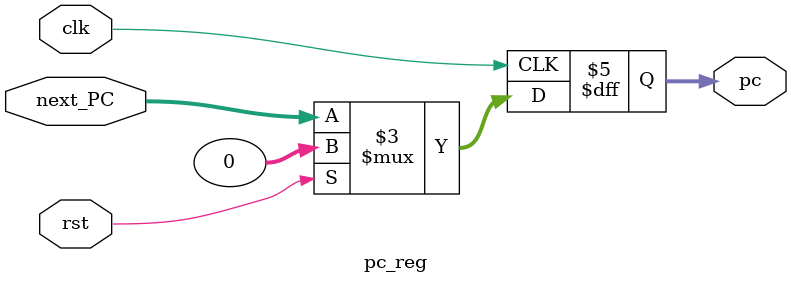
<source format=sv>
module pc_reg #(
    parameter WIDTH = 32
)(
    input logic clk, 
    input logic rst, 
    input logic [WIDTH-1:0] next_PC,
    output logic [WIDTH-1:0] pc
);

always_ff @ (posedge clk)
    begin
    if (rst) pc <= {WIDTH{1'b0}};
    else pc <= next_PC;
    end
endmodule

</source>
